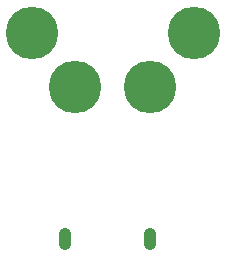
<source format=gbr>
%TF.GenerationSoftware,KiCad,Pcbnew,7.0.11-7.0.11~ubuntu22.04.1*%
%TF.CreationDate,2024-11-23T21:12:19-05:00*%
%TF.ProjectId,usb_to_roller_ctrl,7573625f-746f-45f7-926f-6c6c65725f63,rev?*%
%TF.SameCoordinates,Original*%
%TF.FileFunction,Soldermask,Bot*%
%TF.FilePolarity,Negative*%
%FSLAX46Y46*%
G04 Gerber Fmt 4.6, Leading zero omitted, Abs format (unit mm)*
G04 Created by KiCad (PCBNEW 7.0.11-7.0.11~ubuntu22.04.1) date 2024-11-23 21:12:19*
%MOMM*%
%LPD*%
G01*
G04 APERTURE LIST*
%ADD10C,4.445000*%
%ADD11O,1.050000X1.900000*%
G04 APERTURE END LIST*
D10*
%TO.C,J1*%
X162856300Y-89937500D03*
X159173300Y-94509500D03*
X152823300Y-94509500D03*
X149140300Y-89937500D03*
%TD*%
D11*
%TO.C,J2*%
X152006400Y-107391200D03*
X159156400Y-107391200D03*
%TD*%
M02*

</source>
